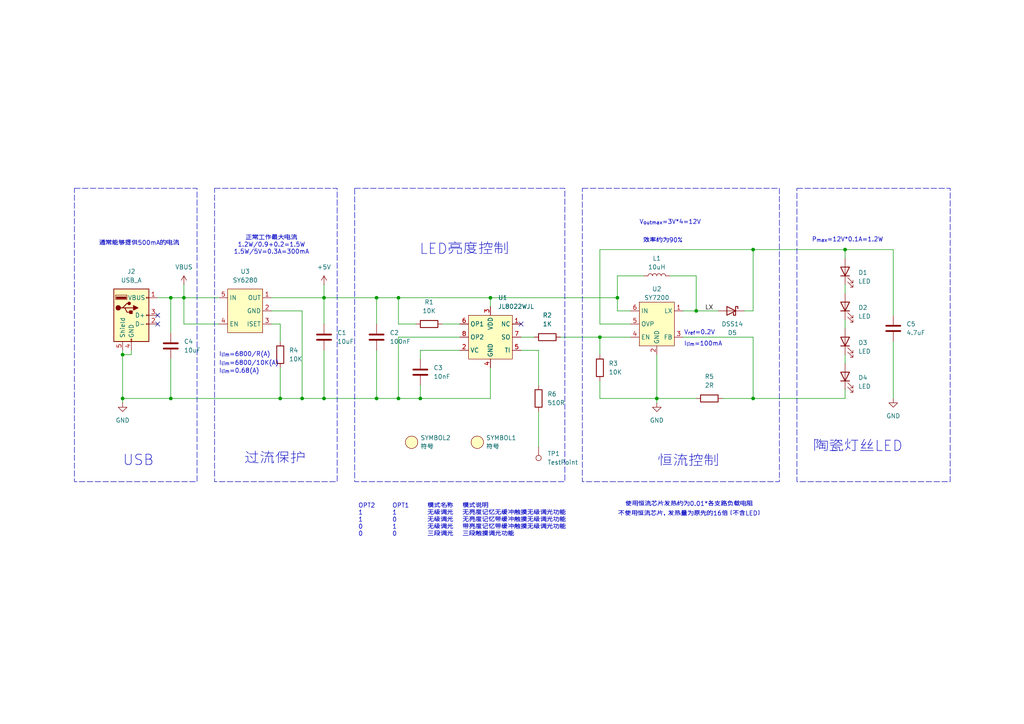
<source format=kicad_sch>
(kicad_sch (version 20231120) (generator "eeschema") (generator_version "8.0")
  (paper "A4")
  (lib_symbols
    (symbol "Connector:TestPoint" (pin_numbers hide) (pin_names (offset 0.762) hide)
      (property "Reference" "TP" (at 0 6.858 0))
      (property "Value" "TestPoint" (at 0 5.08 0))
      (symbol "TestPoint_0_1"
        (circle (center 0 3.302) (radius 0.762))
      )
      (symbol "TestPoint_1_1"
        (pin passive line (at 0 0 90) (length 2.54) (name "1") (number "1"))
      )
    )
    (symbol "Device:C" (pin_numbers hide) (pin_names (offset 0.254))
      (property "Reference" "C" (at 0.635 2.54 0))
      (property "Value" "C" (at 0.635 -2.54 0))
      (symbol "C_0_1"
        (polyline (pts (xy -2.032 -0.762) (xy 2.032 -0.762)) (stroke (width 0.508)))
        (polyline (pts (xy -2.032 0.762) (xy 2.032 0.762)) (stroke (width 0.508)))
      )
      (symbol "C_1_1"
        (pin passive line (at 0 3.81 270) (length 2.794) (name "~") (number "1"))
        (pin passive line (at 0 -3.81 90) (length 2.794) (name "~") (number "2"))
      )
    )
    (symbol "Device:L" (pin_numbers hide) (pin_names (offset 1.016) hide)
      (property "Reference" "L" (at -1.27 0 90))
      (property "Value" "L" (at 1.905 0 90))
      (symbol "L_0_1"
        (arc (start 0 -2.54) (mid 0.6323 -1.905) (end 0 -1.27))
        (arc (start 0 -1.27) (mid 0.6323 -0.635) (end 0 0))
        (arc (start 0 0) (mid 0.6323 0.635) (end 0 1.27))
        (arc (start 0 1.27) (mid 0.6323 1.905) (end 0 2.54))
      )
      (symbol "L_1_1"
        (pin passive line (at 0 3.81 270) (length 1.27) (name "1") (number "1"))
        (pin passive line (at 0 -3.81 90) (length 1.27) (name "2") (number "2"))
      )
    )
    (symbol "Device:LED" (pin_numbers hide) (pin_names (offset 1.016) hide)
      (property "Reference" "D" (at 0 2.54 0))
      (property "Value" "LED" (at 0 -2.54 0))
      (symbol "LED_0_1"
        (polyline (pts (xy -1.27 -1.27) (xy -1.27 1.27)) (stroke (width 0.254)))
        (polyline (pts (xy -1.27 0) (xy 1.27 0)))
        (polyline (pts (xy 1.27 -1.27) (xy 1.27 1.27) (xy -1.27 0) (xy 1.27 -1.27)) (stroke (width 0.254)))
        (polyline (pts (xy -3.048 -0.762) (xy -4.572 -2.286) (xy -3.81 -2.286) (xy -4.572 -2.286) (xy -4.572 -1.524)))
        (polyline (pts (xy -1.778 -0.762) (xy -3.302 -2.286) (xy -2.54 -2.286) (xy -3.302 -2.286) (xy -3.302 -1.524)))
      )
      (symbol "LED_1_1"
        (pin passive line (at -3.81 0 0) (length 2.54) (name "K") (number "1"))
        (pin passive line (at 3.81 0 180) (length 2.54) (name "A") (number "2"))
      )
    )
    (symbol "Device:R" (pin_numbers hide) (pin_names (offset 0))
      (property "Reference" "R" (at 2.032 0 90))
      (property "Value" "R" (at 0 0 90))
      (symbol "R_0_1"
        (rectangle (start -1.016 -2.54) (end 1.016 2.54) (stroke (width 0.254)))
      )
      (symbol "R_1_1"
        (pin passive line (at 0 3.81 270) (length 1.27) (name "~") (number "1"))
        (pin passive line (at 0 -3.81 90) (length 1.27) (name "~") (number "2"))
      )
    )
    (symbol "Diode:SS14" (pin_numbers hide) (pin_names (offset 1.016) hide)
      (property "Reference" "D" (at 0 2.54 0))
      (property "Value" "SS14" (at 0 -2.54 0))
      (symbol "SS14_0_1"
        (polyline (pts (xy 1.27 0) (xy -1.27 0)))
        (polyline (pts (xy 1.27 1.27) (xy 1.27 -1.27) (xy -1.27 0) (xy 1.27 1.27)) (stroke (width 0.254)))
        (polyline (pts (xy -1.905 0.635) (xy -1.905 1.27) (xy -1.27 1.27) (xy -1.27 -1.27) (xy -0.635 -1.27) (xy -0.635 -0.635)) (stroke (width 0.254)))
      )
      (symbol "SS14_1_1"
        (pin passive line (at -3.81 0 0) (length 2.54) (name "K") (number "1"))
        (pin passive line (at 3.81 0 180) (length 2.54) (name "A") (number "2"))
      )
    )
    (symbol "USB_A_1" (pin_names (offset 1.016))
      (property "Reference" "J" (at -5.08 11.43 0))
      (property "Value" "USB_A" (at -5.08 8.89 0))
      (symbol "USB_A_1_0_1"
        (rectangle (start -5.08 -7.62) (end 5.08 7.62) (stroke (width 0.254)) (fill (type background)))
        (circle (center -3.81 2.159) (radius 0.635) (stroke (width 0.254)) (fill (type outline)))
        (rectangle (start -1.524 4.826) (end -4.318 5.334) (fill (type outline)))
        (rectangle (start -1.27 4.572) (end -4.572 5.842))
        (circle (center -0.635 3.429) (radius 0.381) (stroke (width 0.254)) (fill (type outline)))
        (rectangle (start -0.127 -7.62) (end 0.127 -6.858))
        (polyline (pts (xy -3.175 2.159) (xy -2.54 2.159) (xy -1.27 3.429) (xy -0.635 3.429)) (stroke (width 0.254)))
        (polyline (pts (xy -2.54 2.159) (xy -1.905 2.159) (xy -1.27 0.889) (xy 0 0.889)) (stroke (width 0.254)))
        (polyline (pts (xy 0.635 2.794) (xy 0.635 1.524) (xy 1.905 2.159) (xy 0.635 2.794)) (stroke (width 0.254)) (fill (type outline)))
        (rectangle (start 0.254 1.27) (end -0.508 0.508) (stroke (width 0.254)) (fill (type outline)))
        (rectangle (start 5.08 -2.667) (end 4.318 -2.413))
        (rectangle (start 5.08 -0.127) (end 4.318 0.127))
        (rectangle (start 5.08 4.953) (end 4.318 5.207))
      )
      (symbol "USB_A_1_1_1"
        (polyline (pts (xy -1.905 2.159) (xy 0.635 2.159)) (stroke (width 0.254)))
        (pin power_in line (at 7.62 5.08 180) (length 2.54) (name "VBUS") (number "1"))
        (pin bidirectional line (at 7.62 -2.54 180) (length 2.54) (name "D-") (number "2"))
        (pin bidirectional line (at 7.62 0 180) (length 2.54) (name "D+") (number "3"))
        (pin power_in line (at 0 -10.16 90) (length 2.54) (name "GND") (number "4"))
        (pin passive line (at -2.54 -10.16 90) (length 2.54) (name "Shield") (number "5"))
      )
    )
    (symbol "my_chips:JL8022W"
      (property "Reference" "U" (at 0 0 0))
      (property "Value" "JL8022WJL" (at 0 0 0))
      (symbol "JL8022W_1_1"
        (rectangle (start -6.35 6.35) (end 6.35 -6.35) (fill (type background)))
        (pin input line (at 8.89 3.81 180) (length 2.54) (name "NC") (number "1"))
        (pin input line (at -8.89 -3.81 0) (length 2.54) (name "VC") (number "2"))
        (pin input line (at 0 8.89 270) (length 2.54) (name "VDD") (number "3"))
        (pin input line (at 0 -8.89 90) (length 2.54) (name "GND") (number "4"))
        (pin input line (at 8.89 -3.81 180) (length 2.54) (name "TI") (number "5"))
        (pin input line (at -8.89 3.81 0) (length 2.54) (name "OP1") (number "6"))
        (pin input line (at 8.89 0 180) (length 2.54) (name "SO") (number "7"))
        (pin input line (at -8.89 0 0) (length 2.54) (name "OP2") (number "8"))
      )
    )
    (symbol "my_chips:SY6280"
      (property "Reference" "U" (at -1.27 1.27 0))
      (property "Value" "SY6280" (at -3.81 2.54 0))
      (symbol "SY6280_1_1"
        (rectangle (start -5.08 6.35) (end 5.08 -6.35) (fill (type background)))
        (pin input line (at -7.62 3.81 0) (length 2.54) (name "OUT") (number "1"))
        (pin input line (at -7.62 0 0) (length 2.54) (name "GND") (number "2"))
        (pin input line (at -7.62 -3.81 0) (length 2.54) (name "ISET") (number "3"))
        (pin input line (at 7.62 -3.81 180) (length 2.54) (name "EN") (number "4"))
        (pin input line (at 7.62 3.81 180) (length 2.54) (name "IN") (number "5"))
      )
    )
    (symbol "my_chips:SY7200"
      (property "Reference" "U" (at 0 -2.54 0))
      (property "Value" "SY7200" (at 0 -2.54 0))
      (symbol "SY7200_1_1"
        (rectangle (start -5.08 6.35) (end 5.08 -6.35) (fill (type background)))
        (pin input line (at -7.62 3.81 0) (length 2.54) (name "LX") (number "1"))
        (pin input line (at 0 -8.89 90) (length 2.54) (name "GND") (number "2"))
        (pin input line (at -7.62 -3.81 0) (length 2.54) (name "FB") (number "3"))
        (pin input line (at 7.62 -3.81 180) (length 2.54) (name "EN") (number "4"))
        (pin input line (at 7.62 0 180) (length 2.54) (name "OVP") (number "5"))
        (pin input line (at 7.62 3.81 180) (length 2.54) (name "IN") (number "6"))
      )
    )
    (symbol "my_symbol:symbol"
      (property "Reference" "SYMBOL" (at 0 0 0))
      (property "Value" "符号" (at 0 0 0))
      (symbol "symbol_1_1"
        (circle (center 0 0) (radius 1.7961) (fill (type background)))
      )
    )
    (symbol "power:+5V" (power) (pin_numbers hide) (pin_names (offset 0) hide)
      (property "Value" "+5V" (at 0 3.556 0))
      (symbol "+5V_0_1"
        (polyline (pts (xy -0.762 1.27) (xy 0 2.54)))
        (polyline (pts (xy 0 0) (xy 0 2.54)))
        (polyline (pts (xy 0 2.54) (xy 0.762 1.27)))
      )
      (symbol "+5V_1_1"
        (pin power_in line (at 0 0 90) (length 0) (name "~") (number "1"))
      )
    )
    (symbol "power:GND" (power) (pin_numbers hide) (pin_names (offset 0) hide)
      (property "Value" "GND" (at 0 -3.81 0))
      (symbol "GND_0_1"
        (polyline (pts (xy 0 0) (xy 0 -1.27) (xy 1.27 -1.27) (xy 0 -2.54) (xy -1.27 -1.27) (xy 0 -1.27)))
      )
      (symbol "GND_1_1"
        (pin power_in line (at 0 0 270) (length 0) (name "~") (number "1"))
      )
    )
  )
  (junction (at 218.44 72.39))
  (junction (at 179.07 86.36))
  (junction (at 109.22 86.36))
  (junction (at 190.5 115.57))
  (junction (at 109.22 115.57))
  (junction (at 142.24 86.36))
  (junction (at 201.93 90.17))
  (junction (at 93.98 86.36))
  (junction (at 87.63 115.57))
  (junction (at 49.53 86.36))
  (junction (at 121.92 115.57))
  (junction (at 173.99 97.79))
  (junction (at 218.44 115.57))
  (junction (at 93.98 115.57))
  (junction (at 35.56 102.87))
  (junction (at 245.11 72.39))
  (junction (at 49.53 115.57))
  (junction (at 115.57 115.57))
  (junction (at 81.28 115.57))
  (junction (at 115.57 86.36))
  (junction (at 35.56 115.57))
  (junction (at 53.34 86.36))
  (no_connect (at 151.13 93.98))
  (no_connect (at 45.72 91.44))
  (no_connect (at 45.72 93.98))
  (wire (pts (xy 209.55 115.57) (xy 218.44 115.57)))
  (wire (pts (xy 173.99 72.39) (xy 218.44 72.39)))
  (wire (pts (xy 49.53 104.14) (xy 49.53 115.57)))
  (wire (pts (xy 115.57 86.36) (xy 142.24 86.36)))
  (wire (pts (xy 49.53 86.36) (xy 53.34 86.36)))
  (wire (pts (xy 218.44 97.79) (xy 218.44 115.57)))
  (wire (pts (xy 245.11 82.55) (xy 245.11 85.09)))
  (wire (pts (xy 115.57 97.79) (xy 115.57 115.57)))
  (wire (pts (xy 63.5 93.98) (xy 53.34 93.98)))
  (wire (pts (xy 201.93 80.01) (xy 194.31 80.01)))
  (wire (pts (xy 115.57 93.98) (xy 115.57 86.36)))
  (wire (pts (xy 133.35 101.6) (xy 121.92 101.6)))
  (wire (pts (xy 245.11 113.03) (xy 245.11 115.57)))
  (wire (pts (xy 35.56 101.6) (xy 35.56 102.87)))
  (wire (pts (xy 142.24 86.36) (xy 179.07 86.36)))
  (wire (pts (xy 245.11 74.93) (xy 245.11 72.39)))
  (wire (pts (xy 186.69 80.01) (xy 179.07 80.01)))
  (wire (pts (xy 151.13 97.79) (xy 154.94 97.79)))
  (wire (pts (xy 173.99 110.49) (xy 173.99 115.57)))
  (wire (pts (xy 81.28 115.57) (xy 49.53 115.57)))
  (wire (pts (xy 156.21 101.6) (xy 156.21 111.76)))
  (wire (pts (xy 133.35 97.79) (xy 115.57 97.79)))
  (wire (pts (xy 53.34 82.55) (xy 53.34 86.36)))
  (wire (pts (xy 151.13 101.6) (xy 156.21 101.6)))
  (wire (pts (xy 81.28 99.06) (xy 81.28 93.98)))
  (wire (pts (xy 109.22 86.36) (xy 93.98 86.36)))
  (wire (pts (xy 218.44 72.39) (xy 218.44 90.17)))
  (wire (pts (xy 142.24 88.9) (xy 142.24 86.36)))
  (wire (pts (xy 173.99 97.79) (xy 182.88 97.79)))
  (wire (pts (xy 53.34 93.98) (xy 53.34 86.36)))
  (wire (pts (xy 173.99 93.98) (xy 173.99 72.39)))
  (wire (pts (xy 78.74 86.36) (xy 93.98 86.36)))
  (wire (pts (xy 190.5 115.57) (xy 190.5 116.84)))
  (wire (pts (xy 190.5 115.57) (xy 201.93 115.57)))
  (wire (pts (xy 218.44 90.17) (xy 215.9 90.17)))
  (wire (pts (xy 259.08 72.39) (xy 259.08 91.44)))
  (wire (pts (xy 201.93 90.17) (xy 208.28 90.17)))
  (wire (pts (xy 201.93 90.17) (xy 201.93 80.01)))
  (wire (pts (xy 120.65 93.98) (xy 115.57 93.98)))
  (wire (pts (xy 173.99 115.57) (xy 190.5 115.57)))
  (wire (pts (xy 162.56 97.79) (xy 173.99 97.79)))
  (wire (pts (xy 53.34 86.36) (xy 63.5 86.36)))
  (wire (pts (xy 49.53 115.57) (xy 35.56 115.57)))
  (wire (pts (xy 87.63 90.17) (xy 87.63 115.57)))
  (wire (pts (xy 198.12 97.79) (xy 218.44 97.79)))
  (wire (pts (xy 93.98 115.57) (xy 87.63 115.57)))
  (wire (pts (xy 179.07 80.01) (xy 179.07 86.36)))
  (wire (pts (xy 128.27 93.98) (xy 133.35 93.98)))
  (wire (pts (xy 121.92 101.6) (xy 121.92 104.14)))
  (wire (pts (xy 156.21 119.38) (xy 156.21 129.54)))
  (wire (pts (xy 245.11 92.71) (xy 245.11 95.25)))
  (wire (pts (xy 109.22 115.57) (xy 93.98 115.57)))
  (wire (pts (xy 259.08 99.06) (xy 259.08 115.57)))
  (wire (pts (xy 93.98 101.6) (xy 93.98 115.57)))
  (wire (pts (xy 93.98 86.36) (xy 93.98 93.98)))
  (wire (pts (xy 49.53 86.36) (xy 49.53 96.52)))
  (wire (pts (xy 121.92 111.76) (xy 121.92 115.57)))
  (wire (pts (xy 35.56 102.87) (xy 35.56 115.57)))
  (wire (pts (xy 182.88 93.98) (xy 173.99 93.98)))
  (wire (pts (xy 81.28 93.98) (xy 78.74 93.98)))
  (wire (pts (xy 115.57 115.57) (xy 109.22 115.57)))
  (wire (pts (xy 38.1 102.87) (xy 35.56 102.87)))
  (wire (pts (xy 93.98 82.55) (xy 93.98 86.36)))
  (wire (pts (xy 38.1 101.6) (xy 38.1 102.87)))
  (wire (pts (xy 45.72 86.36) (xy 49.53 86.36)))
  (wire (pts (xy 179.07 86.36) (xy 179.07 90.17)))
  (wire (pts (xy 198.12 90.17) (xy 201.93 90.17)))
  (wire (pts (xy 142.24 106.68) (xy 142.24 115.57)))
  (wire (pts (xy 142.24 115.57) (xy 121.92 115.57)))
  (wire (pts (xy 78.74 90.17) (xy 87.63 90.17)))
  (wire (pts (xy 87.63 115.57) (xy 81.28 115.57)))
  (wire (pts (xy 35.56 115.57) (xy 35.56 116.84)))
  (wire (pts (xy 190.5 102.87) (xy 190.5 115.57)))
  (wire (pts (xy 109.22 101.6) (xy 109.22 115.57)))
  (wire (pts (xy 179.07 90.17) (xy 182.88 90.17)))
  (wire (pts (xy 109.22 86.36) (xy 109.22 93.98)))
  (wire (pts (xy 81.28 106.68) (xy 81.28 115.57)))
  (wire (pts (xy 218.44 115.57) (xy 245.11 115.57)))
  (wire (pts (xy 121.92 115.57) (xy 115.57 115.57)))
  (wire (pts (xy 259.08 72.39) (xy 245.11 72.39)))
  (wire (pts (xy 173.99 97.79) (xy 173.99 102.87)))
  (wire (pts (xy 245.11 102.87) (xy 245.11 105.41)))
  (wire (pts (xy 115.57 86.36) (xy 109.22 86.36)))
  (wire (pts (xy 218.44 72.39) (xy 245.11 72.39)))
  (rectangle (start 168.91 54.61) (end 226.06 139.7) (stroke (width 0) (type dash)))
  (rectangle (start 62.23 54.61) (end 97.79 139.7) (stroke (width 0) (type dash)))
  (rectangle (start 231.14 54.61) (end 275.59 139.7) (stroke (width 0) (type dash)))
  (rectangle (start 21.59 54.61) (end 57.15 139.7) (stroke (width 0) (type dash)))
  (rectangle (start 102.87 54.61) (end 163.83 139.7) (stroke (width 0) (type dash)))
  (text "USB" (at 40.132 133.604 0) (effects (font (size 3 3))))
  (text "恒流控制" (at 199.644 133.858 0) (effects (font (size 3 3))))
  (text "V_{out}_{max}=3V*4=12V" (at 185.42 64.516 0) (effects (font (size 1.27 1.27)) (justify left)))
  (text "I_{lim}=100mA" (at 198.374 99.822 0) (effects (font (size 1.27 1.27)) (justify left)))
  (text "过流保护" (at 79.756 133.096 0) (effects (font (size 3 3))))
  (text "不使用恒流芯片，发热量为原先的16倍（不含LED）" (at 200.152 149.098 0) (effects (font (size 1.27 1.27))))
  (text "V_{ref}=0.2V" (at 198.374 96.52 0) (effects (font (size 1.27 1.27)) (justify left)))
  (text "使用恒流芯片发热约为0.01*各支路负载电阻" (at 199.898 146.304 0) (effects (font (size 1.27 1.27))))
  (text "I_{lim}=6800/10K(A)" (at 63.5 105.41 0) (effects (font (size 1.27 1.27)) (justify left)))
  (text "I_{lim}=0.68(A)" (at 63.5 107.696 0) (effects (font (size 1.27 1.27)) (justify left)))
  (text "效率约为90%" (at 192.278 69.85 0) (effects (font (size 1.27 1.27))))
  (text "陶瓷灯丝LED" (at 248.92 129.54 0) (effects (font (size 3 3))))
  (text "正常工作最大电流\n1.2W/0.9+0.2=1.5W\n1.5W/5V=0.3A=300mA" (at 78.74 71.12 0) (effects (font (size 1.27 1.27))))
  (text "I_{lim}=6800/R(A)" (at 63.5 102.87 0) (effects (font (size 1.27 1.27)) (justify left)))
  (text "P_{max}=12V*0.1A=1.2W" (at 235.458 69.596 0) (effects (font (size 1.27 1.27)) (justify left)))
  (text "LED亮度控制" (at 134.62 72.39 0) (effects (font (size 3 3))))
  (text "OPT2	OPT1	模式名称	模式说明\n1		1		无级调光	无亮度记忆无缓冲触摸无级调光功能\n1		0		无级调光	无亮度记忆带缓冲触摸无级调光功能\n0		1		无级调光	带亮度记忆带缓冲触摸无级调光功能\n0		0		三段调光	三段触摸调光功能" (at 103.886 150.876 0) (effects (font (size 1.27 1.27)) (justify left)))
  (text "通常能够提供500mA的电流" (at 40.386 70.612 0) (effects (font (size 1.27 1.27))))
  (label "LX" (at 204.47 90.17 0))
  (symbol (lib_id "Diode:SS14") (at 212.09 90.17 0) (mirror y) (unit 1)
    (property "Reference" "D5" (at 212.4075 96.52 0))
    (property "Value" "DSS14" (at 212.4075 93.98 0))
    (property "Footprint" "Diode_SMD:D_SOD-123F" (effects (hide yes)))
    (property "Datasheet" "https://www.vishay.com/docs/88746/ss12.pdf" (effects (hide yes)))
    (property "Description" "40V 1A Schottky Diode, SMA" (effects (hide yes)))
  )
  (symbol (lib_id "Device:R") (at 173.99 106.68 180) (unit 1)
    (property "Reference" "R3" (at 176.53 105.4099 0) (effects (justify right)))
    (property "Value" "10K" (at 176.53 107.9499 0) (effects (justify right)))
    (property "Footprint" "Resistor_SMD:R_0603_1608Metric" (effects (hide yes)))
    (property "Description" "Resistor" (effects (hide yes)))
  )
  (symbol (lib_id "Device:C") (at 259.08 95.25 0) (unit 1)
    (property "Reference" "C5" (at 262.89 93.9799 0) (effects (justify left)))
    (property "Value" "4.7uF" (at 262.89 96.5199 0) (effects (justify left)))
    (property "Footprint" "Capacitor_SMD:C_0603_1608Metric" (effects (hide yes)))
    (property "Description" "Unpolarized capacitor" (effects (hide yes)))
  )
  (symbol (lib_id "my_chips:SY6280") (at 71.12 90.17 0) (mirror y) (unit 1)
    (property "Reference" "U3" (at 71.12 78.74 0))
    (property "Value" "SY6280" (at 71.12 81.28 0))
    (property "Footprint" "Package_TO_SOT_SMD:SOT-23-5" (effects (hide yes)))
    (property "Datasheet" "https://item.szlcsc.com/56162.html" (effects (hide yes)))
    (property "Description" "The SY6280 develops ultra-low Rds(on) switch with  programmable current limiting to protect the power  source from over current and short circuit conditions. It  integrates the over temperature protection and  discharges the output capacitor during the shutdown. In  case the output is pulled higher than the input voltage  under the shutdown, the SY6280 can block the current  flowing from the output to the input. " (effects (hide yes)))
  )
  (symbol (lib_id "Device:LED") (at 245.11 99.06 90) (unit 1)
    (property "Reference" "D3" (at 248.92 99.3774 90) (effects (justify right)))
    (property "Value" "LED" (at 248.92 101.9174 90) (effects (justify right)))
    (property "Footprint" "my_footprint:陶瓷灯丝LED-26mm" (effects (hide yes)))
    (property "Description" "Light emitting diode" (effects (hide yes)))
  )
  (symbol (lib_id "power:+5V") (at 53.34 82.55 0) (unit 1)
    (property "Reference" "#PWR05" (effects (hide yes)))
    (property "Value" "VBUS" (at 53.34 77.47 0))
    (property "Description" "Power symbol creates a global label with name \"+5V\"" (effects (hide yes)))
  )
  (symbol (lib_id "my_symbol:symbol") (at 138.43 128.27 0) (unit 1)
    (property "Reference" "SYMBOL1" (at 140.97 126.9999 0) (effects (justify left)))
    (property "Value" "符号" (at 140.97 129.5399 0) (effects (justify left)))
    (property "Footprint" "my_footprint:手指符号" (effects (hide yes)))
    (property "Description" "只是一个符号而已，用于链接一些特殊的丝印" (effects (hide yes)))
  )
  (symbol (lib_id "Device:C") (at 49.53 100.33 0) (unit 1)
    (property "Reference" "C4" (at 53.34 99.0599 0) (effects (justify left)))
    (property "Value" "10uF" (at 53.34 101.5999 0) (effects (justify left)))
    (property "Footprint" "Capacitor_SMD:C_0603_1608Metric" (effects (hide yes)))
    (property "Description" "Unpolarized capacitor" (effects (hide yes)))
  )
  (symbol (lib_id "Device:C") (at 121.92 107.95 0) (unit 1)
    (property "Reference" "C3" (at 125.73 106.6799 0) (effects (justify left)))
    (property "Value" "10nF" (at 125.73 109.2199 0) (effects (justify left)))
    (property "Footprint" "Capacitor_SMD:C_0603_1608Metric" (effects (hide yes)))
    (property "Description" "Unpolarized capacitor" (effects (hide yes)))
  )
  (symbol (lib_id "Device:C") (at 93.98 97.79 0) (unit 1)
    (property "Reference" "C1" (at 97.79 96.5199 0) (effects (justify left)))
    (property "Value" "10uF" (at 97.79 99.0599 0) (effects (justify left)))
    (property "Footprint" "Capacitor_SMD:C_0603_1608Metric" (effects (hide yes)))
    (property "Description" "Unpolarized capacitor" (effects (hide yes)))
  )
  (symbol (lib_id "Device:L") (at 190.5 80.01 90) (unit 1)
    (property "Reference" "L1" (at 190.5 74.93 90))
    (property "Value" "10uH" (at 190.5 77.47 90))
    (property "Footprint" "Inductor_SMD:L_Abracon_ASPI-3012S" (effects (hide yes)))
    (property "Description" "Inductor" (effects (hide yes)))
  )
  (symbol (lib_id "power:+5V") (at 93.98 82.55 0) (unit 1)
    (property "Reference" "#PWR02" (effects (hide yes)))
    (property "Value" "+5V" (at 93.98 77.47 0))
    (property "Description" "Power symbol creates a global label with name \"+5V\"" (effects (hide yes)))
  )
  (symbol (lib_id "Device:R") (at 124.46 93.98 90) (unit 1)
    (property "Reference" "R1" (at 124.46 87.63 90))
    (property "Value" "10K" (at 124.46 90.17 90))
    (property "Footprint" "Resistor_SMD:R_0603_1608Metric" (effects (hide yes)))
    (property "Description" "Resistor" (effects (hide yes)))
  )
  (symbol (lib_id "my_symbol:symbol") (at 119.38 128.27 0) (unit 1)
    (property "Reference" "SYMBOL2" (at 121.92 126.9999 0) (effects (justify left)))
    (property "Value" "符号" (at 121.92 129.5399 0) (effects (justify left)))
    (property "Footprint" "Symbol:OSHW-Logo2_14.6x12mm_SilkScreen" (effects (hide yes)))
    (property "Description" "只是一个符号而已，用于链接一些特殊的丝印" (effects (hide yes)))
  )
  (symbol (lib_id "Device:R") (at 156.21 115.57 180) (unit 1)
    (property "Reference" "R6" (at 158.75 114.2999 0) (effects (justify right)))
    (property "Value" "510R" (at 158.75 116.8399 0) (effects (justify right)))
    (property "Footprint" "Resistor_SMD:R_0603_1608Metric" (effects (hide yes)))
    (property "Description" "Resistor" (effects (hide yes)))
  )
  (symbol (lib_id "Device:C") (at 109.22 97.79 0) (unit 1)
    (property "Reference" "C2" (at 113.03 96.5199 0) (effects (justify left)))
    (property "Value" "100nF" (at 113.03 99.0599 0) (effects (justify left)))
    (property "Footprint" "Capacitor_SMD:C_0603_1608Metric" (effects (hide yes)))
    (property "Description" "Unpolarized capacitor" (effects (hide yes)))
  )
  (symbol (lib_id "my_chips:JL8022W") (at 142.24 97.79 0) (unit 1)
    (property "Reference" "U1" (at 144.4341 86.36 0) (effects (justify left)))
    (property "Value" "JL8022WJL" (at 144.4341 88.9 0) (effects (justify left)))
    (property "Footprint" "Package_SO:SOIC-8_3.9x4.9mm_P1.27mm" (effects (hide yes)))
    (property "Datasheet" "http://www.chiplead-tech.com/upload/202208/JL8022W-B%20V1.0%20%E5%8D%95%E9%80%9A%E9%81%93%E7%9B%B4%E6%B5%81LED%E7%81%AF%E5%85%89%E6%8E%A7%E5%88%B6%E8%A7%A6%E6%91%B8%E8%8A%AF%E7%89%87.pdf" (effects (hide yes)))
    (property "Description" "JL8022W-B 单键触摸调光芯片是为实现人体触摸而设计的集成电路，可替代传统机械式轻触按键，且触摸界面防 水防尘、自由定制、美观耐用。使用该芯片可以实现灯光的触摸开关控制和亮度调节。方案所需的外围电路简   单，操作方便。确定好灵敏度选择电容，IC 就可以自动克服由于环境温度、湿度、表面杂物等造成的各种干扰，   避免由于电阻、电容误差造成的按键差异" (effects (hide yes)))
  )
  (symbol (lib_id "power:GND") (at 35.56 116.84 0) (unit 1)
    (property "Reference" "#PWR01" (effects (hide yes)))
    (property "Value" "GND" (at 35.56 121.92 0))
    (property "Description" "Power symbol creates a global label with name \"GND\" , ground" (effects (hide yes)))
  )
  (symbol (lib_id "power:GND") (at 190.5 116.84 0) (unit 1)
    (property "Reference" "#PWR03" (effects (hide yes)))
    (property "Value" "GND" (at 190.5 121.92 0))
    (property "Description" "Power symbol creates a global label with name \"GND\" , ground" (effects (hide yes)))
  )
  (symbol (lib_id "Device:R") (at 205.74 115.57 270) (unit 1)
    (property "Reference" "R5" (at 205.74 109.22 90))
    (property "Value" "2R" (at 205.74 111.76 90))
    (property "Footprint" "Resistor_SMD:R_0603_1608Metric" (effects (hide yes)))
    (property "Description" "Resistor" (effects (hide yes)))
  )
  (symbol (lib_id "power:GND") (at 259.08 115.57 0) (unit 1)
    (property "Reference" "#PWR04" (effects (hide yes)))
    (property "Value" "GND" (at 259.08 120.65 0))
    (property "Description" "Power symbol creates a global label with name \"GND\" , ground" (effects (hide yes)))
  )
  (symbol (lib_id "Device:R") (at 81.28 102.87 180) (unit 1)
    (property "Reference" "R4" (at 83.82 101.5999 0) (effects (justify right)))
    (property "Value" "10K" (at 83.82 104.1399 0) (effects (justify right)))
    (property "Footprint" "Resistor_SMD:R_0603_1608Metric" (effects (hide yes)))
    (property "Description" "Resistor" (effects (hide yes)))
  )
  (symbol (lib_id "my_chips:SY7200") (at 190.5 93.98 0) (mirror y) (unit 1)
    (property "Reference" "U2" (at 190.5 83.82 0))
    (property "Value" "SY7200" (at 190.5 86.36 0))
    (property "Footprint" "Package_TO_SOT_SMD:SOT-23-6" (effects (hide yes)))
    (property "Datasheet" "https://item.szlcsc.com/108528.html?code=AC-eb727773e56d4748aef27659b0dd694b" (effects (hide yes)))
    (property "Description" "SY7200A is DC/DC step-up converter that deliver an  accurate constant current for driving LEDs. Operation at  a fixed switching frequency of 1MHz allows the device  to be used with small value external ceramic capacitors  and inductor. LEDs connected in series are driven with a  regulated current set by the external resistor. The  SY7200A is ideal for driving up to eight white LEDs in  series or up to 30V." (effects (hide yes)))
  )
  (symbol (lib_id "Device:LED") (at 245.11 109.22 90) (unit 1)
    (property "Reference" "D4" (at 248.92 109.5374 90) (effects (justify right)))
    (property "Value" "LED" (at 248.92 112.0774 90) (effects (justify right)))
    (property "Footprint" "my_footprint:陶瓷灯丝LED-26mm" (effects (hide yes)))
    (property "Description" "Light emitting diode" (effects (hide yes)))
  )
  (symbol (lib_id "Device:LED") (at 245.11 88.9 90) (unit 1)
    (property "Reference" "D2" (at 248.92 89.2174 90) (effects (justify right)))
    (property "Value" "LED" (at 248.92 91.7574 90) (effects (justify right)))
    (property "Footprint" "my_footprint:陶瓷灯丝LED-26mm" (effects (hide yes)))
    (property "Description" "Light emitting diode" (effects (hide yes)))
  )
  (symbol (lib_id "Connector:TestPoint") (at 156.21 129.54 180) (unit 1)
    (property "Reference" "TP1" (at 158.75 131.5719 0) (effects (justify right)))
    (property "Value" "TestPoint" (at 158.75 134.1119 0) (effects (justify right)))
    (property "Description" "test point" (effects (hide yes)))
  )
  (symbol (lib_name "USB_A_1") (lib_id "Connector:USB_A") (at 38.1 91.44 0) (unit 1)
    (property "Reference" "J2" (at 38.1 78.74 0))
    (property "Value" "USB_A" (at 38.1 81.28 0))
    (property "Footprint" "Connector_USB:USB_A_CNCTech_1001-011-01101_Horizontal" (effects (hide yes)))
    (property "Datasheet" " ~" (effects (hide yes)))
    (property "Description" "USB Type A connector" (effects (hide yes)))
  )
  (symbol (lib_id "Device:LED") (at 245.11 78.74 90) (unit 1)
    (property "Reference" "D1" (at 248.92 79.0574 90) (effects (justify right)))
    (property "Value" "LED" (at 248.92 81.5974 90) (effects (justify right)))
    (property "Footprint" "my_footprint:陶瓷灯丝LED-26mm" (effects (hide yes)))
    (property "Description" "Light emitting diode" (effects (hide yes)))
  )
  (symbol (lib_id "Device:R") (at 158.75 97.79 90) (unit 1)
    (property "Reference" "R2" (at 158.75 91.44 90))
    (property "Value" "1K" (at 158.75 93.98 90))
    (property "Footprint" "Resistor_SMD:R_0603_1608Metric" (effects (hide yes)))
    (property "Description" "Resistor" (effects (hide yes)))
  )
)
</source>
